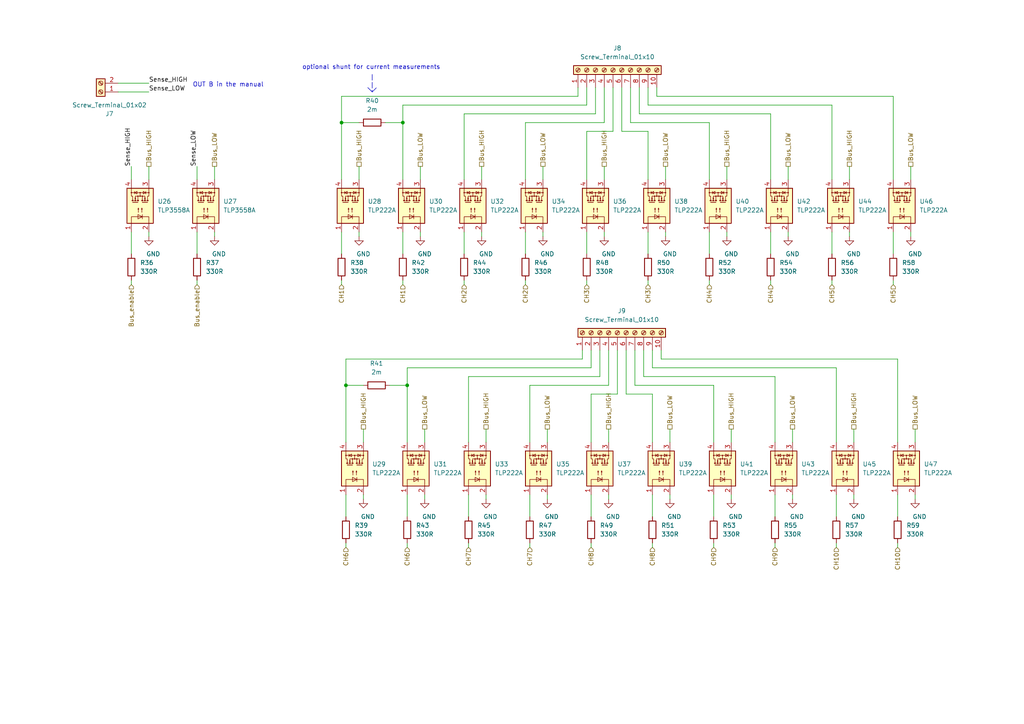
<source format=kicad_sch>
(kicad_sch (version 20211123) (generator eeschema)
  (paper "A4")
  (title_block (title "Keithley 2000-SCAN-20 SSR") (date "2022-01-11") (rev "v.1.1.0") (comment 1 "Copyright (©) 2021, Patrick Baus <patrick.baus@physik.tu-darmstadt.de>") (comment 2 "Licensed under CERN OHL v.1.2"))
  (lib_symbols
    (symbol "Connector:Screw_Terminal_01x02" (pin_names (offset 1.016) hide)
      (property "Reference" "J" (at 0 2.54 0))
      (property "Value" "Screw_Terminal_01x02" (at 0 -5.08 0))
      (symbol "Screw_Terminal_01x02_1_1"
        (rectangle (start -1.27 1.27) (end 1.27 -3.81) (stroke (width 0.254)) (fill (type background)))
        (circle (center 0 -2.54) (radius 0.635) (stroke (width 0.1524)))
        (polyline (pts (xy -0.5334 -2.2098) (xy 0.3302 -3.048)) (stroke (width 0.1524)))
        (polyline (pts (xy -0.5334 0.3302) (xy 0.3302 -0.508)) (stroke (width 0.1524)))
        (polyline (pts (xy -0.3556 -2.032) (xy 0.508 -2.8702)) (stroke (width 0.1524)))
        (polyline (pts (xy -0.3556 0.508) (xy 0.508 -0.3302)) (stroke (width 0.1524)))
        (circle (center 0 0) (radius 0.635) (stroke (width 0.1524)))
        (pin passive line (at -5.08 0 0) (length 3.81) (name "Pin_1") (number "1"))
        (pin passive line (at -5.08 -2.54 0) (length 3.81) (name "Pin_2") (number "2"))
      )
    )
    (symbol "Connector:Screw_Terminal_01x10" (pin_names (offset 1.016) hide)
      (property "Reference" "J" (at 0 12.7 0))
      (property "Value" "Screw_Terminal_01x10" (at 0 -15.24 0))
      (symbol "Screw_Terminal_01x10_1_1"
        (rectangle (start -1.27 11.43) (end 1.27 -13.97) (stroke (width 0.254)) (fill (type background)))
        (circle (center 0 -12.7) (radius 0.635) (stroke (width 0.1524)))
        (circle (center 0 -10.16) (radius 0.635) (stroke (width 0.1524)))
        (circle (center 0 -7.62) (radius 0.635) (stroke (width 0.1524)))
        (circle (center 0 -5.08) (radius 0.635) (stroke (width 0.1524)))
        (circle (center 0 -2.54) (radius 0.635) (stroke (width 0.1524)))
        (polyline (pts (xy -0.5334 -12.3698) (xy 0.3302 -13.208)) (stroke (width 0.1524)))
        (polyline (pts (xy -0.5334 -9.8298) (xy 0.3302 -10.668)) (stroke (width 0.1524)))
        (polyline (pts (xy -0.5334 -7.2898) (xy 0.3302 -8.128)) (stroke (width 0.1524)))
        (polyline (pts (xy -0.5334 -4.7498) (xy 0.3302 -5.588)) (stroke (width 0.1524)))
        (polyline (pts (xy -0.5334 -2.2098) (xy 0.3302 -3.048)) (stroke (width 0.1524)))
        (polyline (pts (xy -0.5334 0.3302) (xy 0.3302 -0.508)) (stroke (width 0.1524)))
        (polyline (pts (xy -0.5334 2.8702) (xy 0.3302 2.032)) (stroke (width 0.1524)))
        (polyline (pts (xy -0.5334 5.4102) (xy 0.3302 4.572)) (stroke (width 0.1524)))
        (polyline (pts (xy -0.5334 7.9502) (xy 0.3302 7.112)) (stroke (width 0.1524)))
        (polyline (pts (xy -0.5334 10.4902) (xy 0.3302 9.652)) (stroke (width 0.1524)))
        (polyline (pts (xy -0.3556 -12.192) (xy 0.508 -13.0302)) (stroke (width 0.1524)))
        (polyline (pts (xy -0.3556 -9.652) (xy 0.508 -10.4902)) (stroke (width 0.1524)))
        (polyline (pts (xy -0.3556 -7.112) (xy 0.508 -7.9502)) (stroke (width 0.1524)))
        (polyline (pts (xy -0.3556 -4.572) (xy 0.508 -5.4102)) (stroke (width 0.1524)))
        (polyline (pts (xy -0.3556 -2.032) (xy 0.508 -2.8702)) (stroke (width 0.1524)))
        (polyline (pts (xy -0.3556 0.508) (xy 0.508 -0.3302)) (stroke (width 0.1524)))
        (polyline (pts (xy -0.3556 3.048) (xy 0.508 2.2098)) (stroke (width 0.1524)))
        (polyline (pts (xy -0.3556 5.588) (xy 0.508 4.7498)) (stroke (width 0.1524)))
        (polyline (pts (xy -0.3556 8.128) (xy 0.508 7.2898)) (stroke (width 0.1524)))
        (polyline (pts (xy -0.3556 10.668) (xy 0.508 9.8298)) (stroke (width 0.1524)))
        (circle (center 0 0) (radius 0.635) (stroke (width 0.1524)))
        (circle (center 0 2.54) (radius 0.635) (stroke (width 0.1524)))
        (circle (center 0 5.08) (radius 0.635) (stroke (width 0.1524)))
        (circle (center 0 7.62) (radius 0.635) (stroke (width 0.1524)))
        (circle (center 0 10.16) (radius 0.635) (stroke (width 0.1524)))
        (pin passive line (at -5.08 10.16 0) (length 3.81) (name "Pin_1") (number "1"))
        (pin passive line (at -5.08 -12.7 0) (length 3.81) (name "Pin_10") (number "10"))
        (pin passive line (at -5.08 7.62 0) (length 3.81) (name "Pin_2") (number "2"))
        (pin passive line (at -5.08 5.08 0) (length 3.81) (name "Pin_3") (number "3"))
        (pin passive line (at -5.08 2.54 0) (length 3.81) (name "Pin_4") (number "4"))
        (pin passive line (at -5.08 0 0) (length 3.81) (name "Pin_5") (number "5"))
        (pin passive line (at -5.08 -2.54 0) (length 3.81) (name "Pin_6") (number "6"))
        (pin passive line (at -5.08 -5.08 0) (length 3.81) (name "Pin_7") (number "7"))
        (pin passive line (at -5.08 -7.62 0) (length 3.81) (name "Pin_8") (number "8"))
        (pin passive line (at -5.08 -10.16 0) (length 3.81) (name "Pin_9") (number "9"))
      )
    )
    (symbol "Device:R" (pin_numbers hide) (pin_names (offset 0))
      (property "Reference" "R" (at 2.032 0 90))
      (property "Value" "R" (at 0 0 90))
      (symbol "R_0_1"
        (rectangle (start -1.016 -2.54) (end 1.016 2.54) (stroke (width 0.254)))
      )
      (symbol "R_1_1"
        (pin passive line (at 0 3.81 270) (length 1.27) (name "~") (number "1"))
        (pin passive line (at 0 -3.81 90) (length 1.27) (name "~") (number "2"))
      )
    )
    (symbol "Relay_SolidState:TLP222A"
      (property "Reference" "U" (at -5.08 5.08 0))
      (property "Value" "TLP222A" (at 0 5.08 0))
      (symbol "TLP222A_0_1"
        (rectangle (start -5.08 3.81) (end 5.08 -3.81) (stroke (width 0.254)) (fill (type background)))
        (polyline (pts (xy -3.81 -0.635) (xy -2.54 -0.635)))
        (polyline (pts (xy 1.016 -0.635) (xy 1.016 -2.159)) (stroke (width 0.2032)))
        (polyline (pts (xy 1.016 2.159) (xy 1.016 0.635)) (stroke (width 0.2032)))
        (polyline (pts (xy 1.524 -0.508) (xy 1.524 -0.762)) (stroke (width 0.3556)))
        (polyline (pts (xy 2.794 0) (xy 3.81 0)))
        (polyline (pts (xy 3.429 -1.651) (xy 4.191 -1.651)))
        (polyline (pts (xy 3.429 1.651) (xy 4.191 1.651)))
        (polyline (pts (xy 3.81 -2.54) (xy 3.81 2.54)))
        (polyline (pts (xy 1.524 -2.032) (xy 1.524 -2.286) (xy 1.524 -2.286)) (stroke (width 0.3556)))
        (polyline (pts (xy 1.524 -1.27) (xy 1.524 -1.524) (xy 1.524 -1.524)) (stroke (width 0.3556)))
        (polyline (pts (xy 1.524 0.762) (xy 1.524 0.508) (xy 1.524 0.508)) (stroke (width 0.3556)))
        (polyline (pts (xy 1.524 1.524) (xy 1.524 1.27) (xy 1.524 1.27)) (stroke (width 0.3556)))
        (polyline (pts (xy 1.524 2.286) (xy 1.524 2.032) (xy 1.524 2.032)) (stroke (width 0.3556)))
        (polyline (pts (xy 1.651 -1.397) (xy 2.794 -1.397) (xy 2.794 -0.635)))
        (polyline (pts (xy 1.651 1.397) (xy 2.794 1.397) (xy 2.794 0.635)))
        (polyline (pts (xy -5.08 2.54) (xy -3.175 2.54) (xy -3.175 -2.54) (xy -5.08 -2.54)))
        (polyline (pts (xy -3.175 -0.635) (xy -3.81 0.635) (xy -2.54 0.635) (xy -3.175 -0.635)))
        (polyline (pts (xy 1.651 -2.159) (xy 2.794 -2.159) (xy 2.794 -2.54) (xy 5.08 -2.54)))
        (polyline (pts (xy 1.651 -0.635) (xy 2.794 -0.635) (xy 2.794 0.635) (xy 1.651 0.635)))
        (polyline (pts (xy 1.651 2.159) (xy 2.794 2.159) (xy 2.794 2.54) (xy 5.08 2.54)))
        (polyline (pts (xy 1.778 -1.397) (xy 2.286 -1.27) (xy 2.286 -1.524) (xy 1.778 -1.397)))
        (polyline (pts (xy 1.778 1.397) (xy 2.286 1.524) (xy 2.286 1.27) (xy 1.778 1.397)))
        (polyline (pts (xy 3.81 -1.651) (xy 3.429 -0.889) (xy 4.191 -0.889) (xy 3.81 -1.651)))
        (polyline (pts (xy 3.81 1.651) (xy 3.429 0.889) (xy 4.191 0.889) (xy 3.81 1.651)))
        (polyline (pts (xy -1.905 -0.508) (xy -0.635 -0.508) (xy -1.016 -0.635) (xy -1.016 -0.381) (xy -0.635 -0.508)))
        (polyline (pts (xy -1.905 0.508) (xy -0.635 0.508) (xy -1.016 0.381) (xy -1.016 0.635) (xy -0.635 0.508)))
        (circle (center 2.794 -0.635) (radius 0.127))
        (circle (center 2.794 0) (radius 0.127))
        (circle (center 2.794 0.635) (radius 0.127))
        (circle (center 3.81 -2.54) (radius 0.127))
        (circle (center 3.81 0) (radius 0.127))
        (circle (center 3.81 2.54) (radius 0.127))
      )
      (symbol "TLP222A_1_1"
        (pin passive line (at -7.62 2.54 0) (length 2.54) (name "~") (number "1"))
        (pin passive line (at -7.62 -2.54 0) (length 2.54) (name "~") (number "2"))
        (pin passive line (at 7.62 -2.54 180) (length 2.54) (name "~") (number "3"))
        (pin passive line (at 7.62 2.54 180) (length 2.54) (name "~") (number "4"))
      )
    )
    (symbol "power:GND" (power) (pin_names (offset 0))
      (property "Value" "GND" (at 0 -3.81 0))
      (symbol "GND_0_1"
        (polyline (pts (xy 0 0) (xy 0 -1.27) (xy 1.27 -1.27) (xy 0 -2.54) (xy -1.27 -1.27) (xy 0 -1.27)))
      )
      (symbol "GND_1_1"
        (pin power_in line (at 0 0 270) (length 0) hide (name "GND") (number "1"))
      )
    )
  )
  (junction (at 99.06 35.56))
  (junction (at 116.84 35.56))
  (junction (at 100.33 111.76))
  (junction (at 118.11 111.76))
  (wire (pts (xy 38.1 67.31) (xy 38.1 73.66)))
  (wire (pts (xy 113.03 111.76) (xy 118.11 111.76)))
  (wire (pts (xy 212.09 124.46) (xy 212.09 128.27)))
  (wire (pts (xy 34.29 26.67) (xy 43.18 26.67)))
  (wire (pts (xy 100.33 128.27) (xy 100.33 111.76)))
  (wire (pts (xy 185.42 25.4) (xy 185.42 33.02)))
  (wire (pts (xy 152.4 35.56) (xy 152.4 52.07)))
  (wire (pts (xy 153.67 128.27) (xy 153.67 111.76)))
  (wire (pts (xy 168.91 104.14) (xy 168.91 101.6)))
  (wire (pts (xy 187.96 30.48) (xy 241.3 30.48)))
  (wire (pts (xy 205.74 81.28) (xy 205.74 82.55)))
  (wire (pts (xy 176.53 124.46) (xy 176.53 128.27)))
  (wire (pts (xy 246.38 48.26) (xy 246.38 52.07)))
  (wire (pts (xy 259.08 27.94) (xy 259.08 52.07)))
  (wire (pts (xy 184.15 111.76) (xy 207.01 111.76)))
  (wire (pts (xy 187.96 38.1) (xy 180.34 38.1)))
  (wire (pts (xy 175.26 35.56) (xy 175.26 25.4)))
  (wire (pts (xy 242.57 157.48) (xy 242.57 158.75)))
  (wire (pts (xy 224.79 143.51) (xy 224.79 149.86)))
  (wire (pts (xy 182.88 25.4) (xy 182.88 35.56)))
  (wire (pts (xy 43.18 52.07) (xy 43.18 48.26)))
  (wire (pts (xy 134.62 81.28) (xy 134.62 82.55)))
  (wire (pts (xy 247.65 143.51) (xy 247.65 144.78)))
  (wire (pts (xy 177.8 38.1) (xy 170.18 38.1)))
  (wire (pts (xy 167.64 27.94) (xy 167.64 25.4)))
  (wire (pts (xy 223.52 33.02) (xy 223.52 52.07)))
  (wire (pts (xy 121.92 67.31) (xy 121.92 68.58)))
  (wire (pts (xy 184.15 101.6) (xy 184.15 111.76)))
  (wire (pts (xy 118.11 111.76) (xy 118.11 106.68)))
  (wire (pts (xy 170.18 38.1) (xy 170.18 52.07)))
  (wire (pts (xy 135.89 157.48) (xy 135.89 158.75)))
  (wire (pts (xy 241.3 81.28) (xy 241.3 82.55)))
  (wire (pts (xy 104.14 48.26) (xy 104.14 52.07)))
  (wire (pts (xy 116.84 67.31) (xy 116.84 73.66)))
  (wire (pts (xy 158.75 143.51) (xy 158.75 144.78)))
  (wire (pts (xy 38.1 81.28) (xy 38.1 82.55)))
  (wire (pts (xy 99.06 35.56) (xy 99.06 27.94)))
  (wire (pts (xy 99.06 52.07) (xy 99.06 35.56)))
  (wire (pts (xy 172.72 33.02) (xy 172.72 25.4)))
  (wire (pts (xy 189.23 114.3) (xy 189.23 128.27)))
  (wire (pts (xy 241.3 67.31) (xy 241.3 73.66)))
  (wire (pts (xy 247.65 124.46) (xy 247.65 128.27)))
  (wire (pts (xy 105.41 111.76) (xy 100.33 111.76)))
  (wire (pts (xy 134.62 67.31) (xy 134.62 73.66)))
  (wire (pts (xy 135.89 128.27) (xy 135.89 109.22)))
  (wire (pts (xy 152.4 81.28) (xy 152.4 82.55)))
  (wire (pts (xy 180.34 38.1) (xy 180.34 25.4)))
  (wire (pts (xy 123.19 143.51) (xy 123.19 144.78)))
  (wire (pts (xy 224.79 109.22) (xy 224.79 128.27)))
  (wire (pts (xy 182.88 35.56) (xy 205.74 35.56)))
  (wire (pts (xy 104.14 35.56) (xy 99.06 35.56)))
  (wire (pts (xy 228.6 67.31) (xy 228.6 68.58)))
  (wire (pts (xy 242.57 143.51) (xy 242.57 149.86)))
  (wire (pts (xy 100.33 104.14) (xy 168.91 104.14)))
  (wire (pts (xy 104.14 67.31) (xy 104.14 68.58)))
  (wire (pts (xy 171.45 143.51) (xy 171.45 149.86)))
  (wire (pts (xy 191.77 104.14) (xy 260.35 104.14)))
  (wire (pts (xy 134.62 33.02) (xy 134.62 52.07)))
  (wire (pts (xy 189.23 143.51) (xy 189.23 149.86)))
  (wire (pts (xy 57.15 81.28) (xy 57.15 82.55)))
  (wire (pts (xy 210.82 48.26) (xy 210.82 52.07)))
  (wire (pts (xy 265.43 143.51) (xy 265.43 144.78)))
  (wire (pts (xy 241.3 30.48) (xy 241.3 52.07)))
  (wire (pts (xy 212.09 143.51) (xy 212.09 144.78)))
  (wire (pts (xy 259.08 67.31) (xy 259.08 73.66)))
  (wire (pts (xy 121.92 48.26) (xy 121.92 52.07)))
  (wire (pts (xy 34.29 24.13) (xy 43.18 24.13)))
  (wire (pts (xy 157.48 48.26) (xy 157.48 52.07)))
  (wire (pts (xy 170.18 30.48) (xy 170.18 25.4)))
  (wire (pts (xy 186.69 101.6) (xy 186.69 109.22)))
  (wire (pts (xy 157.48 67.31) (xy 157.48 68.58)))
  (wire (pts (xy 187.96 67.31) (xy 187.96 73.66)))
  (wire (pts (xy 171.45 114.3) (xy 171.45 128.27)))
  (wire (pts (xy 176.53 111.76) (xy 176.53 101.6)))
  (wire (pts (xy 116.84 35.56) (xy 116.84 30.48)))
  (wire (pts (xy 242.57 106.68) (xy 242.57 128.27)))
  (wire (pts (xy 158.75 124.46) (xy 158.75 128.27)))
  (wire (pts (xy 116.84 30.48) (xy 170.18 30.48)))
  (wire (pts (xy 189.23 114.3) (xy 181.61 114.3)))
  (wire (pts (xy 38.1 48.26) (xy 38.1 52.07)))
  (wire (pts (xy 260.35 104.14) (xy 260.35 128.27)))
  (wire (pts (xy 62.23 52.07) (xy 62.23 48.26)))
  (wire (pts (xy 189.23 101.6) (xy 189.23 106.68)))
  (wire (pts (xy 246.38 67.31) (xy 246.38 68.58)))
  (wire (pts (xy 265.43 124.46) (xy 265.43 128.27)))
  (wire (pts (xy 193.04 48.26) (xy 193.04 52.07)))
  (wire (pts (xy 190.5 25.4) (xy 190.5 27.94)))
  (wire (pts (xy 191.77 101.6) (xy 191.77 104.14)))
  (polyline (pts (xy 107.95 21.59) (xy 107.95 26.67)))
  (wire (pts (xy 193.04 67.31) (xy 193.04 68.58)))
  (wire (pts (xy 229.87 143.51) (xy 229.87 144.78)))
  (wire (pts (xy 194.31 143.51) (xy 194.31 144.78)))
  (wire (pts (xy 187.96 81.28) (xy 187.96 82.55)))
  (wire (pts (xy 153.67 157.48) (xy 153.67 158.75)))
  (wire (pts (xy 229.87 124.46) (xy 229.87 128.27)))
  (wire (pts (xy 228.6 48.26) (xy 228.6 52.07)))
  (wire (pts (xy 173.99 109.22) (xy 173.99 101.6)))
  (wire (pts (xy 223.52 67.31) (xy 223.52 73.66)))
  (wire (pts (xy 207.01 143.51) (xy 207.01 149.86)))
  (wire (pts (xy 176.53 143.51) (xy 176.53 144.78)))
  (wire (pts (xy 175.26 67.31) (xy 175.26 68.58)))
  (polyline (pts (xy 106.68 25.4) (xy 107.95 26.67)))
  (wire (pts (xy 170.18 67.31) (xy 170.18 73.66)))
  (wire (pts (xy 116.84 52.07) (xy 116.84 35.56)))
  (wire (pts (xy 118.11 128.27) (xy 118.11 111.76)))
  (wire (pts (xy 140.97 143.51) (xy 140.97 144.78)))
  (wire (pts (xy 57.15 48.26) (xy 57.15 52.07)))
  (wire (pts (xy 171.45 157.48) (xy 171.45 158.75)))
  (wire (pts (xy 139.7 48.26) (xy 139.7 52.07)))
  (wire (pts (xy 100.33 111.76) (xy 100.33 104.14)))
  (wire (pts (xy 123.19 124.46) (xy 123.19 128.27)))
  (wire (pts (xy 175.26 48.26) (xy 175.26 52.07)))
  (wire (pts (xy 207.01 111.76) (xy 207.01 128.27)))
  (wire (pts (xy 179.07 114.3) (xy 171.45 114.3)))
  (wire (pts (xy 105.41 124.46) (xy 105.41 128.27)))
  (wire (pts (xy 139.7 67.31) (xy 139.7 68.58)))
  (wire (pts (xy 100.33 143.51) (xy 100.33 149.86)))
  (wire (pts (xy 99.06 67.31) (xy 99.06 73.66)))
  (wire (pts (xy 205.74 35.56) (xy 205.74 52.07)))
  (wire (pts (xy 135.89 109.22) (xy 173.99 109.22)))
  (wire (pts (xy 134.62 33.02) (xy 172.72 33.02)))
  (wire (pts (xy 43.18 67.31) (xy 43.18 68.58)))
  (wire (pts (xy 62.23 67.31) (xy 62.23 68.58)))
  (wire (pts (xy 140.97 124.46) (xy 140.97 128.27)))
  (wire (pts (xy 171.45 106.68) (xy 171.45 101.6)))
  (wire (pts (xy 190.5 27.94) (xy 259.08 27.94)))
  (wire (pts (xy 99.06 27.94) (xy 167.64 27.94)))
  (wire (pts (xy 194.31 124.46) (xy 194.31 128.27)))
  (wire (pts (xy 223.52 81.28) (xy 223.52 82.55)))
  (wire (pts (xy 179.07 101.6) (xy 179.07 114.3)))
  (wire (pts (xy 181.61 114.3) (xy 181.61 101.6)))
  (wire (pts (xy 210.82 67.31) (xy 210.82 68.58)))
  (wire (pts (xy 118.11 157.48) (xy 118.11 158.75)))
  (wire (pts (xy 185.42 33.02) (xy 223.52 33.02)))
  (wire (pts (xy 105.41 143.51) (xy 105.41 144.78)))
  (wire (pts (xy 153.67 143.51) (xy 153.67 149.86)))
  (wire (pts (xy 153.67 111.76) (xy 176.53 111.76)))
  (wire (pts (xy 177.8 25.4) (xy 177.8 38.1)))
  (wire (pts (xy 152.4 35.56) (xy 175.26 35.56)))
  (wire (pts (xy 100.33 157.48) (xy 100.33 158.75)))
  (wire (pts (xy 118.11 106.68) (xy 171.45 106.68)))
  (wire (pts (xy 116.84 81.28) (xy 116.84 82.55)))
  (wire (pts (xy 187.96 38.1) (xy 187.96 52.07)))
  (wire (pts (xy 260.35 157.48) (xy 260.35 158.75)))
  (wire (pts (xy 152.4 67.31) (xy 152.4 73.66)))
  (wire (pts (xy 189.23 106.68) (xy 242.57 106.68)))
  (wire (pts (xy 135.89 143.51) (xy 135.89 149.86)))
  (wire (pts (xy 224.79 157.48) (xy 224.79 158.75)))
  (wire (pts (xy 259.08 81.28) (xy 259.08 82.55)))
  (wire (pts (xy 186.69 109.22) (xy 224.79 109.22)))
  (wire (pts (xy 187.96 25.4) (xy 187.96 30.48)))
  (wire (pts (xy 260.35 143.51) (xy 260.35 149.86)))
  (wire (pts (xy 189.23 157.48) (xy 189.23 158.75)))
  (wire (pts (xy 111.76 35.56) (xy 116.84 35.56)))
  (wire (pts (xy 207.01 157.48) (xy 207.01 158.75)))
  (wire (pts (xy 57.15 67.31) (xy 57.15 73.66)))
  (wire (pts (xy 264.16 48.26) (xy 264.16 52.07)))
  (wire (pts (xy 264.16 67.31) (xy 264.16 68.58)))
  (wire (pts (xy 118.11 143.51) (xy 118.11 149.86)))
  (wire (pts (xy 170.18 81.28) (xy 170.18 82.55)))
  (wire (pts (xy 99.06 81.28) (xy 99.06 82.55)))
  (polyline (pts (xy 107.95 26.67) (xy 109.22 25.4)))
  (wire (pts (xy 205.74 67.31) (xy 205.74 73.66)))
  (text "optional shunt for current measurements" (at 87.63 20.32 0) (effects (font (size 1.27 1.27)) (justify left bottom)))
  (text "OUT B in the manual" (at 55.88 25.4 0) (effects (font (size 1.27 1.27)) (justify left bottom)))
  (label "Sense_HIGH" (at 43.18 24.13 0))
  (label "Sense_HIGH" (at 38.1 48.26 90))
  (label "Sense_LOW" (at 43.18 26.67 0))
  (label "Sense_LOW" (at 57.15 48.26 90))
  (hierarchical_label "CH7" (shape input) (at 135.89 158.75 270))
  (hierarchical_label "Bus_HIGH" (shape passive) (at 105.41 124.46 90))
  (hierarchical_label "CH3" (shape input) (at 187.96 82.55 270))
  (hierarchical_label "CH10" (shape input) (at 242.57 158.75 270))
  (hierarchical_label "Bus_LOW" (shape passive) (at 193.04 48.26 90))
  (hierarchical_label "Bus_HIGH" (shape passive) (at 139.7 48.26 90))
  (hierarchical_label "CH9" (shape input) (at 207.01 158.75 270))
  (hierarchical_label "Bus_LOW" (shape passive) (at 229.87 124.46 90))
  (hierarchical_label "Bus_HIGH" (shape passive) (at 175.26 48.26 90))
  (hierarchical_label "CH8" (shape input) (at 171.45 158.75 270))
  (hierarchical_label "CH3" (shape input) (at 170.18 82.55 270))
  (hierarchical_label "Bus_HIGH" (shape passive) (at 140.97 124.46 90))
  (hierarchical_label "CH9" (shape input) (at 224.79 158.75 270))
  (hierarchical_label "Bus_LOW" (shape passive) (at 194.31 124.46 90))
  (hierarchical_label "CH4" (shape input) (at 223.52 82.55 270))
  (hierarchical_label "CH6" (shape input) (at 100.33 158.75 270))
  (hierarchical_label "Bus_LOW" (shape passive) (at 265.43 124.46 90))
  (hierarchical_label "CH1" (shape input) (at 116.84 82.55 270))
  (hierarchical_label "CH1" (shape input) (at 99.06 82.55 270))
  (hierarchical_label "Bus_HIGH" (shape passive) (at 104.14 48.26 90))
  (hierarchical_label "Bus_HIGH" (shape passive) (at 246.38 48.26 90))
  (hierarchical_label "Bus_HIGH" (shape passive) (at 176.53 124.46 90))
  (hierarchical_label "Bus_HIGH" (shape passive) (at 210.82 48.26 90))
  (hierarchical_label "CH2" (shape input) (at 134.62 82.55 270))
  (hierarchical_label "CH7" (shape input) (at 153.67 158.75 270))
  (hierarchical_label "Bus_LOW" (shape passive) (at 121.92 48.26 90))
  (hierarchical_label "CH5" (shape input) (at 241.3 82.55 270))
  (hierarchical_label "CH2" (shape input) (at 152.4 82.55 270))
  (hierarchical_label "CH10" (shape input) (at 260.35 158.75 270))
  (hierarchical_label "Bus_LOW" (shape passive) (at 228.6 48.26 90))
  (hierarchical_label "CH5" (shape input) (at 259.08 82.55 270))
  (hierarchical_label "Bus_LOW" (shape passive) (at 123.19 124.46 90))
  (hierarchical_label "Bus_HIGH" (shape passive) (at 212.09 124.46 90))
  (hierarchical_label "Bus_LOW" (shape passive) (at 264.16 48.26 90))
  (hierarchical_label "Bus_HIGH" (shape passive) (at 43.18 48.26 90))
  (hierarchical_label "Bus_HIGH" (shape passive) (at 247.65 124.46 90))
  (hierarchical_label "CH6" (shape input) (at 118.11 158.75 270))
  (hierarchical_label "CH4" (shape input) (at 205.74 82.55 270))
  (hierarchical_label "Bus_enable" (shape input) (at 38.1 82.55 270))
  (hierarchical_label "CH8" (shape input) (at 189.23 158.75 270))
  (hierarchical_label "Bus_LOW" (shape passive) (at 157.48 48.26 90))
  (hierarchical_label "Bus_enable" (shape input) (at 57.15 82.55 270))
  (hierarchical_label "Bus_LOW" (shape passive) (at 158.75 124.46 90))
  (hierarchical_label "Bus_LOW" (shape passive) (at 62.23 48.26 90))
  (symbol (lib_id "Device:R") (at 99.06 77.47 0) (unit 1)
    (property "Reference" "R38" (at 101.6 76.2 0) (effects (justify left)))
    (property "Value" "330R" (at 101.6 78.74 0) (effects (justify left)))
    (property "Footprint" "Resistor_SMD:R_0603_1608Metric" (effects hide))
    (property "MFN" "Vishay" (effects hide))
    (property "PN" "CRCW0603330RJNEB" (effects hide))
  )
  (symbol (lib_id "Relay_SolidState:TLP222A") (at 154.94 59.69 90) (unit 1)
    (property "Reference" "U34" (at 160.02 58.42 90) (effects (justify right)))
    (property "Value" "TLP222A" (at 160.02 60.96 90) (effects (justify right)))
    (property "Footprint" "Package_DIP:DIP-4_W7.62mm" (effects hide))
    (property "Datasheet" "https://toshiba.semicon-storage.com/info/docget.jsp?did=17036&prodName=TLP222A" (effects hide))
  )
  (symbol (lib_id "power:GND") (at 157.48 68.58 0) (unit 1)
    (property "Reference" "#PWR061" (effects hide))
    (property "Value" "GND" (at 158.75 73.66 0))
  )
  (symbol (lib_id "Relay_SolidState:TLP222A") (at 172.72 59.69 90) (unit 1)
    (property "Reference" "U36" (at 177.8 58.42 90) (effects (justify right)))
    (property "Value" "TLP222A" (at 177.8 60.96 90) (effects (justify right)))
    (property "Footprint" "Package_DIP:DIP-4_W7.62mm" (effects hide))
    (property "Datasheet" "https://toshiba.semicon-storage.com/info/docget.jsp?did=17036&prodName=TLP222A" (effects hide))
  )
  (symbol (lib_id "power:GND") (at 175.26 68.58 0) (unit 1)
    (property "Reference" "#PWR063" (effects hide))
    (property "Value" "GND" (at 176.53 73.66 0))
  )
  (symbol (lib_id "Relay_SolidState:TLP222A") (at 190.5 59.69 90) (unit 1)
    (property "Reference" "U38" (at 195.58 58.42 90) (effects (justify right)))
    (property "Value" "TLP222A" (at 195.58 60.96 90) (effects (justify right)))
    (property "Footprint" "Package_DIP:DIP-4_W7.62mm" (effects hide))
    (property "Datasheet" "https://toshiba.semicon-storage.com/info/docget.jsp?did=17036&prodName=TLP222A" (effects hide))
  )
  (symbol (lib_id "Device:R") (at 152.4 77.47 0) (unit 1)
    (property "Reference" "R46" (at 154.94 76.2 0) (effects (justify left)))
    (property "Value" "330R" (at 154.94 78.74 0) (effects (justify left)))
    (property "Footprint" "Resistor_SMD:R_0603_1608Metric" (effects hide))
    (property "MFN" "Vishay" (effects hide))
    (property "PN" "CRCW0603330RJNEB" (effects hide))
  )
  (symbol (lib_id "Device:R") (at 187.96 77.47 0) (unit 1)
    (property "Reference" "R50" (at 190.5 76.2 0) (effects (justify left)))
    (property "Value" "330R" (at 190.5 78.74 0) (effects (justify left)))
    (property "Footprint" "Resistor_SMD:R_0603_1608Metric" (effects hide))
    (property "MFN" "Vishay" (effects hide))
    (property "PN" "CRCW0603330RJNEB" (effects hide))
  )
  (symbol (lib_id "power:GND") (at 210.82 68.58 0) (unit 1)
    (property "Reference" "#PWR067" (effects hide))
    (property "Value" "GND" (at 212.09 73.66 0))
  )
  (symbol (lib_id "Relay_SolidState:TLP222A") (at 226.06 59.69 90) (unit 1)
    (property "Reference" "U42" (at 231.14 58.42 90) (effects (justify right)))
    (property "Value" "TLP222A" (at 231.14 60.96 90) (effects (justify right)))
    (property "Footprint" "Package_DIP:DIP-4_W7.62mm" (effects hide))
    (property "Datasheet" "https://toshiba.semicon-storage.com/info/docget.jsp?did=17036&prodName=TLP222A" (effects hide))
  )
  (symbol (lib_id "power:GND") (at 228.6 68.58 0) (unit 1)
    (property "Reference" "#PWR069" (effects hide))
    (property "Value" "GND" (at 229.87 73.66 0))
  )
  (symbol (lib_id "Device:R") (at 205.74 77.47 0) (unit 1)
    (property "Reference" "R52" (at 208.28 76.2 0) (effects (justify left)))
    (property "Value" "330R" (at 208.28 78.74 0) (effects (justify left)))
    (property "Footprint" "Resistor_SMD:R_0603_1608Metric" (effects hide))
    (property "MFN" "Vishay" (effects hide))
    (property "PN" "CRCW0603330RJNEB" (effects hide))
  )
  (symbol (lib_id "Device:R") (at 259.08 77.47 0) (unit 1)
    (property "Reference" "R58" (at 261.62 76.2 0) (effects (justify left)))
    (property "Value" "330R" (at 261.62 78.74 0) (effects (justify left)))
    (property "Footprint" "Resistor_SMD:R_0603_1608Metric" (effects hide))
    (property "MFN" "Vishay" (effects hide))
    (property "PN" "CRCW0603330RJNEB" (effects hide))
  )
  (symbol (lib_id "Device:R") (at 100.33 153.67 0) (unit 1)
    (property "Reference" "R39" (at 102.87 152.4 0) (effects (justify left)))
    (property "Value" "330R" (at 102.87 154.94 0) (effects (justify left)))
    (property "Footprint" "Resistor_SMD:R_0603_1608Metric" (effects hide))
    (property "MFN" "Vishay" (effects hide))
    (property "PN" "CRCW0603330RJNEB" (effects hide))
  )
  (symbol (lib_id "Relay_SolidState:TLP222A") (at 120.65 135.89 90) (unit 1)
    (property "Reference" "U31" (at 125.73 134.62 90) (effects (justify right)))
    (property "Value" "TLP222A" (at 125.73 137.16 90) (effects (justify right)))
    (property "Footprint" "Package_DIP:DIP-4_W7.62mm" (effects hide))
    (property "Datasheet" "https://toshiba.semicon-storage.com/info/docget.jsp?did=17036&prodName=TLP222A" (effects hide))
  )
  (symbol (lib_id "power:GND") (at 123.19 144.78 0) (unit 1)
    (property "Reference" "#PWR058" (effects hide))
    (property "Value" "GND" (at 124.46 149.86 0))
  )
  (symbol (lib_id "power:GND") (at 158.75 144.78 0) (unit 1)
    (property "Reference" "#PWR062" (effects hide))
    (property "Value" "GND" (at 160.02 149.86 0))
  )
  (symbol (lib_id "Relay_SolidState:TLP222A") (at 173.99 135.89 90) (unit 1)
    (property "Reference" "U37" (at 179.07 134.62 90) (effects (justify right)))
    (property "Value" "TLP222A" (at 179.07 137.16 90) (effects (justify right)))
    (property "Footprint" "Package_DIP:DIP-4_W7.62mm" (effects hide))
    (property "Datasheet" "https://toshiba.semicon-storage.com/info/docget.jsp?did=17036&prodName=TLP222A" (effects hide))
    (property "MFN" "Toshiba" (effects hide))
    (property "PN" "TLP3558A(F" (effects hide))
  )
  (symbol (lib_id "power:GND") (at 176.53 144.78 0) (unit 1)
    (property "Reference" "#PWR064" (effects hide))
    (property "Value" "GND" (at 177.8 149.86 0))
  )
  (symbol (lib_id "power:GND") (at 212.09 144.78 0) (unit 1)
    (property "Reference" "#PWR068" (effects hide))
    (property "Value" "GND" (at 213.36 149.86 0))
  )
  (symbol (lib_id "Relay_SolidState:TLP222A") (at 227.33 135.89 90) (unit 1)
    (property "Reference" "U43" (at 232.41 134.62 90) (effects (justify right)))
    (property "Value" "TLP222A" (at 232.41 137.16 90) (effects (justify right)))
    (property "Footprint" "Package_DIP:DIP-4_W7.62mm" (effects hide))
    (property "Datasheet" "https://toshiba.semicon-storage.com/info/docget.jsp?did=17036&prodName=TLP222A" (effects hide))
  )
  (symbol (lib_id "power:GND") (at 229.87 144.78 0) (unit 1)
    (property "Reference" "#PWR070" (effects hide))
    (property "Value" "GND" (at 231.14 149.86 0))
  )
  (symbol (lib_id "Device:R") (at 207.01 153.67 0) (unit 1)
    (property "Reference" "R53" (at 209.55 152.4 0) (effects (justify left)))
    (property "Value" "330R" (at 209.55 154.94 0) (effects (justify left)))
    (property "Footprint" "Resistor_SMD:R_0603_1608Metric" (effects hide))
    (property "MFN" "Vishay" (effects hide))
    (property "PN" "CRCW0603330RJNEB" (effects hide))
  )
  (symbol (lib_id "Device:R") (at 242.57 153.67 0) (unit 1)
    (property "Reference" "R57" (at 245.11 152.4 0) (effects (justify left)))
    (property "Value" "330R" (at 245.11 154.94 0) (effects (justify left)))
    (property "Footprint" "Resistor_SMD:R_0603_1608Metric" (effects hide))
    (property "MFN" "Vishay" (effects hide))
    (property "PN" "CRCW0603330RJNEB" (effects hide))
  )
  (symbol (lib_id "Device:R") (at 260.35 153.67 0) (unit 1)
    (property "Reference" "R59" (at 262.89 152.4 0) (effects (justify left)))
    (property "Value" "330R" (at 262.89 154.94 0) (effects (justify left)))
    (property "Footprint" "Resistor_SMD:R_0603_1608Metric" (effects hide))
    (property "MFN" "Vishay" (effects hide))
    (property "PN" "CRCW0603330RJNEB" (effects hide))
  )
  (symbol (lib_id "Device:R") (at 107.95 35.56 270) (unit 1)
    (property "Reference" "R40" (at 107.95 29.21 90))
    (property "Value" "2m" (at 107.95 31.75 90))
    (property "Footprint" "Resistor_SMD:R_2512_6332Metric" (effects hide))
    (property "DNP" "1" (effects hide))
    (property "MFN" "TT Electronics" (effects hide))
    (property "PN" "ULRB1-2512-R002-F-LF-SLT" (effects hide))
  )
  (symbol (lib_id "Device:R") (at 109.22 111.76 270) (unit 1)
    (property "Reference" "R41" (at 109.22 105.41 90))
    (property "Value" "2m" (at 109.22 107.95 90))
    (property "Footprint" "Resistor_SMD:R_2512_6332Metric" (effects hide))
    (property "DNP" "1" (effects hide))
    (property "MFN" "TT Electronics" (effects hide))
    (property "PN" "ULRB1-2512-R002-F-LF-SLT" (effects hide))
  )
  (symbol (lib_id "Connector:Screw_Terminal_01x02") (at 29.21 26.67 180) (unit 1)
    (property "Reference" "J7" (at 31.75 33.02 0))
    (property "Value" "Screw_Terminal_01x02" (at 31.75 30.48 0))
    (property "Footprint" "Custom_footprints_project:TerminalBlock_Phoenix_SMKDSN-1,5-2-5.08_1x02_P5.08mm_Horizontal" (effects hide))
    (property "MFN" "Phoenix Contact" (effects hide))
    (property "PN" "1869211" (effects hide))
  )
  (symbol (lib_id "Device:R") (at 38.1 77.47 0) (unit 1)
    (property "Reference" "R36" (at 40.64 76.2 0) (effects (justify left)))
    (property "Value" "330R" (at 40.64 78.74 0) (effects (justify left)))
    (property "Footprint" "Resistor_SMD:R_0603_1608Metric" (effects hide))
    (property "MFN" "Vishay" (effects hide))
    (property "PN" "CRCW0603330RJNEB" (effects hide))
  )
  (symbol (lib_id "power:GND") (at 62.23 68.58 0) (unit 1)
    (property "Reference" "#PWR054" (effects hide))
    (property "Value" "GND" (at 63.5 73.66 0))
  )
  (symbol (lib_id "Device:R") (at 57.15 77.47 0) (unit 1)
    (property "Reference" "R37" (at 59.69 76.2 0) (effects (justify left)))
    (property "Value" "330R" (at 59.69 78.74 0) (effects (justify left)))
    (property "Footprint" "Resistor_SMD:R_0603_1608Metric" (effects hide))
    (property "MFN" "Vishay" (effects hide))
    (property "PN" "CRCW0603330RJNEB" (effects hide))
  )
  (symbol (lib_id "Relay_SolidState:TLP222A") (at 101.6 59.69 90) (unit 1)
    (property "Reference" "U28" (at 106.68 58.42 90) (effects (justify right)))
    (property "Value" "TLP222A" (at 106.68 60.96 90) (effects (justify right)))
    (property "Footprint" "Package_DIP:DIP-4_W7.62mm" (effects hide))
    (property "Datasheet" "https://toshiba.semicon-storage.com/info/docget.jsp?did=17036&prodName=TLP222A" (effects hide))
  )
  (symbol (lib_id "power:GND") (at 104.14 68.58 0) (unit 1)
    (property "Reference" "#PWR055" (effects hide))
    (property "Value" "GND" (at 105.41 73.66 0))
  )
  (symbol (lib_id "Relay_SolidState:TLP222A") (at 119.38 59.69 90) (unit 1)
    (property "Reference" "U30" (at 124.46 58.42 90) (effects (justify right)))
    (property "Value" "TLP222A" (at 124.46 60.96 90) (effects (justify right)))
    (property "Footprint" "Package_DIP:DIP-4_W7.62mm" (effects hide))
    (property "Datasheet" "https://toshiba.semicon-storage.com/info/docget.jsp?did=17036&prodName=TLP222A" (effects hide))
  )
  (symbol (lib_id "power:GND") (at 121.92 68.58 0) (unit 1)
    (property "Reference" "#PWR057" (effects hide))
    (property "Value" "GND" (at 123.19 73.66 0))
  )
  (symbol (lib_id "Connector:Screw_Terminal_01x10") (at 177.8 20.32 90) (unit 1)
    (property "Reference" "J8" (at 179.07 13.97 90))
    (property "Value" "Screw_Terminal_01x10" (at 179.07 16.51 90))
    (property "Footprint" "Custom_footprints_project:TerminalBlock_Phoenix_SMKDSN-1,5-10-5.08_1x10_P5.08mm_Horizontal" (effects hide))
    (property "MFN" "Phoenix Contact" (effects hide))
    (property "PN" "1869295" (effects hide))
  )
  (symbol (lib_id "Relay_SolidState:TLP222A") (at 137.16 59.69 90) (unit 1)
    (property "Reference" "U32" (at 142.24 58.42 90) (effects (justify right)))
    (property "Value" "TLP222A" (at 142.24 60.96 90) (effects (justify right)))
    (property "Footprint" "Package_DIP:DIP-4_W7.62mm" (effects hide))
    (property "Datasheet" "https://toshiba.semicon-storage.com/info/docget.jsp?did=17036&prodName=TLP222A" (effects hide))
  )
  (symbol (lib_id "power:GND") (at 139.7 68.58 0) (unit 1)
    (property "Reference" "#PWR059" (effects hide))
    (property "Value" "GND" (at 140.97 73.66 0))
  )
  (symbol (lib_id "power:GND") (at 193.04 68.58 0) (unit 1)
    (property "Reference" "#PWR065" (effects hide))
    (property "Value" "GND" (at 194.31 73.66 0))
  )
  (symbol (lib_id "Device:R") (at 116.84 77.47 0) (unit 1)
    (property "Reference" "R42" (at 119.38 76.2 0) (effects (justify left)))
    (property "Value" "330R" (at 119.38 78.74 0) (effects (justify left)))
    (property "Footprint" "Resistor_SMD:R_0603_1608Metric" (effects hide))
    (property "MFN" "Vishay" (effects hide))
    (property "PN" "CRCW0603330RJNEB" (effects hide))
  )
  (symbol (lib_id "Device:R") (at 134.62 77.47 0) (unit 1)
    (property "Reference" "R44" (at 137.16 76.2 0) (effects (justify left)))
    (property "Value" "330R" (at 137.16 78.74 0) (effects (justify left)))
    (property "Footprint" "Resistor_SMD:R_0603_1608Metric" (effects hide))
    (property "MFN" "Vishay" (effects hide))
    (property "PN" "CRCW0603330RJNEB" (effects hide))
  )
  (symbol (lib_id "Device:R") (at 170.18 77.47 0) (unit 1)
    (property "Reference" "R48" (at 172.72 76.2 0) (effects (justify left)))
    (property "Value" "330R" (at 172.72 78.74 0) (effects (justify left)))
    (property "Footprint" "Resistor_SMD:R_0603_1608Metric" (effects hide))
    (property "MFN" "Vishay" (effects hide))
    (property "PN" "CRCW0603330RJNEB" (effects hide))
  )
  (symbol (lib_id "Relay_SolidState:TLP222A") (at 208.28 59.69 90) (unit 1)
    (property "Reference" "U40" (at 213.36 58.42 90) (effects (justify right)))
    (property "Value" "TLP222A" (at 213.36 60.96 90) (effects (justify right)))
    (property "Footprint" "Package_DIP:DIP-4_W7.62mm" (effects hide))
    (property "Datasheet" "https://toshiba.semicon-storage.com/info/docget.jsp?did=17036&prodName=TLP222A" (effects hide))
  )
  (symbol (lib_id "Device:R") (at 223.52 77.47 0) (unit 1)
    (property "Reference" "R54" (at 226.06 76.2 0) (effects (justify left)))
    (property "Value" "330R" (at 226.06 78.74 0) (effects (justify left)))
    (property "Footprint" "Resistor_SMD:R_0603_1608Metric" (effects hide))
    (property "MFN" "Vishay" (effects hide))
    (property "PN" "CRCW0603330RJNEB" (effects hide))
  )
  (symbol (lib_id "Relay_SolidState:TLP222A") (at 243.84 59.69 90) (unit 1)
    (property "Reference" "U44" (at 248.92 58.42 90) (effects (justify right)))
    (property "Value" "TLP222A" (at 248.92 60.96 90) (effects (justify right)))
    (property "Footprint" "Package_DIP:DIP-4_W7.62mm" (effects hide))
    (property "Datasheet" "https://toshiba.semicon-storage.com/info/docget.jsp?did=17036&prodName=TLP222A" (effects hide))
  )
  (symbol (lib_id "power:GND") (at 246.38 68.58 0) (unit 1)
    (property "Reference" "#PWR071" (effects hide))
    (property "Value" "GND" (at 247.65 73.66 0))
  )
  (symbol (lib_id "Relay_SolidState:TLP222A") (at 261.62 59.69 90) (unit 1)
    (property "Reference" "U46" (at 266.7 58.42 90) (effects (justify right)))
    (property "Value" "TLP222A" (at 266.7 60.96 90) (effects (justify right)))
    (property "Footprint" "Package_DIP:DIP-4_W7.62mm" (effects hide))
    (property "Datasheet" "https://toshiba.semicon-storage.com/info/docget.jsp?did=17036&prodName=TLP222A" (effects hide))
  )
  (symbol (lib_id "power:GND") (at 264.16 68.58 0) (unit 1)
    (property "Reference" "#PWR073" (effects hide))
    (property "Value" "GND" (at 265.43 73.66 0))
  )
  (symbol (lib_id "Device:R") (at 241.3 77.47 0) (unit 1)
    (property "Reference" "R56" (at 243.84 76.2 0) (effects (justify left)))
    (property "Value" "330R" (at 243.84 78.74 0) (effects (justify left)))
    (property "Footprint" "Resistor_SMD:R_0603_1608Metric" (effects hide))
    (property "MFN" "Vishay" (effects hide))
    (property "PN" "CRCW0603330RJNEB" (effects hide))
  )
  (symbol (lib_id "Relay_SolidState:TLP222A") (at 102.87 135.89 90) (unit 1)
    (property "Reference" "U29" (at 107.95 134.62 90) (effects (justify right)))
    (property "Value" "TLP222A" (at 107.95 137.16 90) (effects (justify right)))
    (property "Footprint" "Package_DIP:DIP-4_W7.62mm" (effects hide))
    (property "Datasheet" "https://toshiba.semicon-storage.com/info/docget.jsp?did=17036&prodName=TLP222A" (effects hide))
  )
  (symbol (lib_id "power:GND") (at 105.41 144.78 0) (unit 1)
    (property "Reference" "#PWR056" (effects hide))
    (property "Value" "GND" (at 106.68 149.86 0))
  )
  (symbol (lib_id "Connector:Screw_Terminal_01x10") (at 179.07 96.52 90) (unit 1)
    (property "Reference" "J9" (at 180.34 90.17 90))
    (property "Value" "Screw_Terminal_01x10" (at 180.34 92.71 90))
    (property "Footprint" "Custom_footprints_project:TerminalBlock_Phoenix_SMKDSN-1,5-10-5.08_1x10_P5.08mm_Horizontal" (effects hide))
    (property "MFN" "Phoenix Contact" (effects hide))
    (property "PN" "1869295" (effects hide))
  )
  (symbol (lib_id "Relay_SolidState:TLP222A") (at 138.43 135.89 90) (unit 1)
    (property "Reference" "U33" (at 143.51 134.62 90) (effects (justify right)))
    (property "Value" "TLP222A" (at 143.51 137.16 90) (effects (justify right)))
    (property "Footprint" "Package_DIP:DIP-4_W7.62mm" (effects hide))
    (property "Datasheet" "https://toshiba.semicon-storage.com/info/docget.jsp?did=17036&prodName=TLP222A" (effects hide))
  )
  (symbol (lib_id "power:GND") (at 140.97 144.78 0) (unit 1)
    (property "Reference" "#PWR060" (effects hide))
    (property "Value" "GND" (at 142.24 149.86 0))
  )
  (symbol (lib_id "Relay_SolidState:TLP222A") (at 156.21 135.89 90) (unit 1)
    (property "Reference" "U35" (at 161.29 134.62 90) (effects (justify right)))
    (property "Value" "TLP222A" (at 161.29 137.16 90) (effects (justify right)))
    (property "Footprint" "Package_DIP:DIP-4_W7.62mm" (effects hide))
    (property "Datasheet" "https://toshiba.semicon-storage.com/info/docget.jsp?did=17036&prodName=TLP222A" (effects hide))
  )
  (symbol (lib_id "Relay_SolidState:TLP222A") (at 191.77 135.89 90) (unit 1)
    (property "Reference" "U39" (at 196.85 134.62 90) (effects (justify right)))
    (property "Value" "TLP222A" (at 196.85 137.16 90) (effects (justify right)))
    (property "Footprint" "Package_DIP:DIP-4_W7.62mm" (effects hide))
    (property "Datasheet" "https://toshiba.semicon-storage.com/info/docget.jsp?did=17036&prodName=TLP222A" (effects hide))
  )
  (symbol (lib_id "power:GND") (at 194.31 144.78 0) (unit 1)
    (property "Reference" "#PWR066" (effects hide))
    (property "Value" "GND" (at 195.58 149.86 0))
  )
  (symbol (lib_id "Device:R") (at 118.11 153.67 0) (unit 1)
    (property "Reference" "R43" (at 120.65 152.4 0) (effects (justify left)))
    (property "Value" "330R" (at 120.65 154.94 0) (effects (justify left)))
    (property "Footprint" "Resistor_SMD:R_0603_1608Metric" (effects hide))
    (property "MFN" "Vishay" (effects hide))
    (property "PN" "CRCW0603330RJNEB" (effects hide))
  )
  (symbol (lib_id "Device:R") (at 135.89 153.67 0) (unit 1)
    (property "Reference" "R45" (at 138.43 152.4 0) (effects (justify left)))
    (property "Value" "330R" (at 138.43 154.94 0) (effects (justify left)))
    (property "Footprint" "Resistor_SMD:R_0603_1608Metric" (effects hide))
    (property "MFN" "Vishay" (effects hide))
    (property "PN" "CRCW0603330RJNEB" (effects hide))
  )
  (symbol (lib_id "Device:R") (at 153.67 153.67 0) (unit 1)
    (property "Reference" "R47" (at 156.21 152.4 0) (effects (justify left)))
    (property "Value" "330R" (at 156.21 154.94 0) (effects (justify left)))
    (property "Footprint" "Resistor_SMD:R_0603_1608Metric" (effects hide))
    (property "MFN" "Vishay" (effects hide))
    (property "PN" "CRCW0603330RJNEB" (effects hide))
  )
  (symbol (lib_id "Device:R") (at 171.45 153.67 0) (unit 1)
    (property "Reference" "R49" (at 173.99 152.4 0) (effects (justify left)))
    (property "Value" "330R" (at 173.99 154.94 0) (effects (justify left)))
    (property "Footprint" "Resistor_SMD:R_0603_1608Metric" (effects hide))
    (property "MFN" "Vishay" (effects hide))
    (property "PN" "CRCW0603330RJNEB" (effects hide))
  )
  (symbol (lib_id "Device:R") (at 189.23 153.67 0) (unit 1)
    (property "Reference" "R51" (at 191.77 152.4 0) (effects (justify left)))
    (property "Value" "330R" (at 191.77 154.94 0) (effects (justify left)))
    (property "Footprint" "Resistor_SMD:R_0603_1608Metric" (effects hide))
    (property "MFN" "Vishay" (effects hide))
    (property "PN" "CRCW0603330RJNEB" (effects hide))
  )
  (symbol (lib_id "Relay_SolidState:TLP222A") (at 209.55 135.89 90) (unit 1)
    (property "Reference" "U41" (at 214.63 134.62 90) (effects (justify right)))
    (property "Value" "TLP222A" (at 214.63 137.16 90) (effects (justify right)))
    (property "Footprint" "Package_DIP:DIP-4_W7.62mm" (effects hide))
    (property "Datasheet" "https://toshiba.semicon-storage.com/info/docget.jsp?did=17036&prodName=TLP222A" (effects hide))
  )
  (symbol (lib_id "Device:R") (at 224.79 153.67 0) (unit 1)
    (property "Reference" "R55" (at 227.33 152.4 0) (effects (justify left)))
    (property "Value" "330R" (at 227.33 154.94 0) (effects (justify left)))
    (property "Footprint" "Resistor_SMD:R_0603_1608Metric" (effects hide))
    (property "MFN" "Vishay" (effects hide))
    (property "PN" "CRCW0603330RJNEB" (effects hide))
  )
  (symbol (lib_id "Relay_SolidState:TLP222A") (at 245.11 135.89 90) (unit 1)
    (property "Reference" "U45" (at 250.19 134.62 90) (effects (justify right)))
    (property "Value" "TLP222A" (at 250.19 137.16 90) (effects (justify right)))
    (property "Footprint" "Package_DIP:DIP-4_W7.62mm" (effects hide))
    (property "Datasheet" "https://toshiba.semicon-storage.com/info/docget.jsp?did=17036&prodName=TLP222A" (effects hide))
  )
  (symbol (lib_id "power:GND") (at 247.65 144.78 0) (unit 1)
    (property "Reference" "#PWR072" (effects hide))
    (property "Value" "GND" (at 248.92 149.86 0))
  )
  (symbol (lib_id "Relay_SolidState:TLP222A") (at 262.89 135.89 90) (unit 1)
    (property "Reference" "U47" (at 267.97 134.62 90) (effects (justify right)))
    (property "Value" "TLP222A" (at 267.97 137.16 90) (effects (justify right)))
    (property "Footprint" "Package_DIP:DIP-4_W7.62mm" (effects hide))
    (property "Datasheet" "https://toshiba.semicon-storage.com/info/docget.jsp?did=17036&prodName=TLP222A" (effects hide))
  )
  (symbol (lib_id "power:GND") (at 265.43 144.78 0) (unit 1)
    (property "Reference" "#PWR074" (effects hide))
    (property "Value" "GND" (at 266.7 149.86 0))
  )
  (symbol (lib_id "Relay_SolidState:TLP222A") (at 40.64 59.69 90) (unit 1)
    (property "Reference" "U26" (at 45.72 58.42 90) (effects (justify right)))
    (property "Value" "TLP3558A" (at 45.72 60.96 90) (effects (justify right)))
    (property "Footprint" "Package_DIP:DIP-4_W7.62mm" (effects hide))
    (property "Datasheet" "https://toshiba.semicon-storage.com/info/docget.jsp?did=17036&prodName=TLP222A" (effects hide))
    (property "MFN" "Toshiba" (effects hide))
    (property "PN" "TLP3558A" (effects hide))
    (property "Alternative" "Toshiba TLP3558A(F" (effects hide))
  )
  (symbol (lib_id "power:GND") (at 43.18 68.58 0) (unit 1)
    (property "Reference" "#PWR053" (effects hide))
    (property "Value" "GND" (at 44.45 73.66 0))
  )
  (symbol (lib_id "Relay_SolidState:TLP222A") (at 59.69 59.69 90) (unit 1)
    (property "Reference" "U27" (at 64.77 58.42 90) (effects (justify right)))
    (property "Value" "TLP3558A" (at 64.77 60.96 90) (effects (justify right)))
    (property "Footprint" "Package_DIP:DIP-4_W7.62mm" (effects hide))
    (property "Datasheet" "https://toshiba.semicon-storage.com/info/docget.jsp?did=17036&prodName=TLP222A" (effects hide))
    (property "MFN" "Toshiba" (effects hide))
    (property "PN" "TLP3558A" (effects hide))
    (property "Alternative" "TLP3558A(F" (effects hide))
  )
)
</source>
